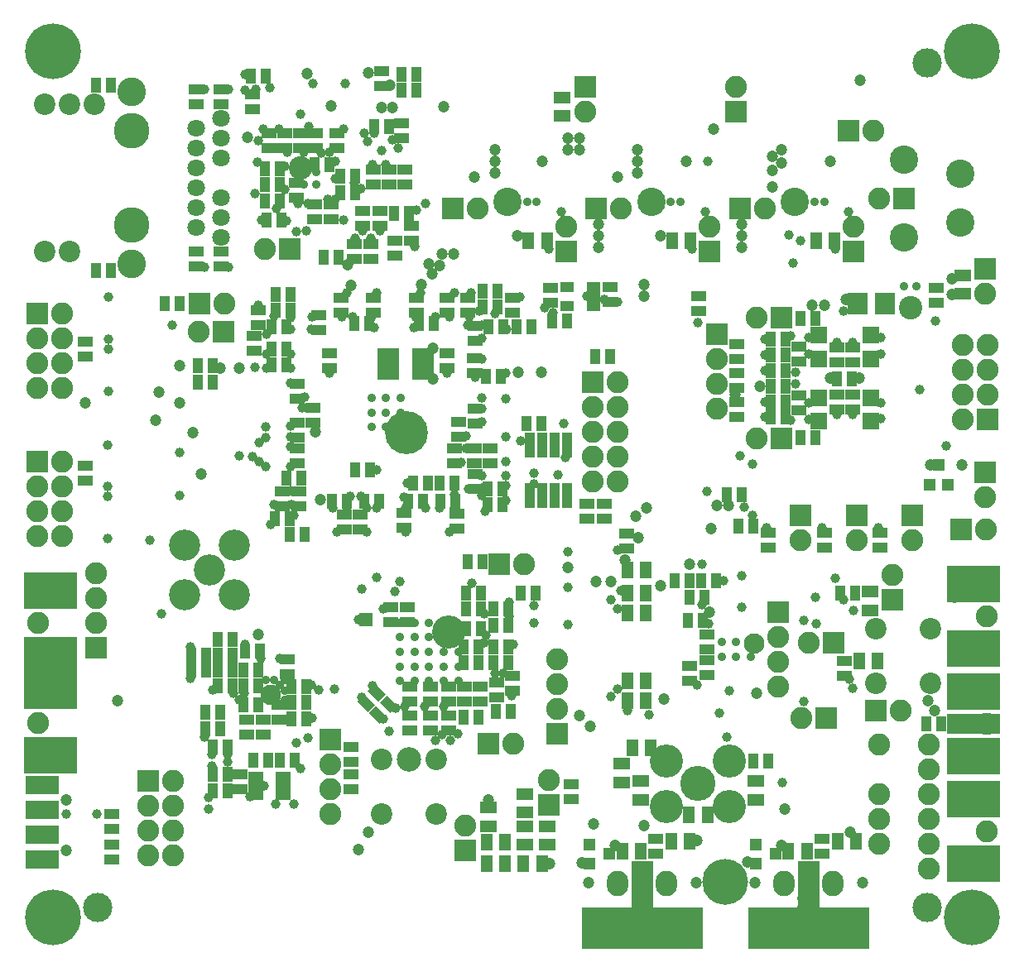
<source format=gbr>
G04 #@! TF.FileFunction,Soldermask,Bot*
%FSLAX46Y46*%
G04 Gerber Fmt 4.6, Leading zero omitted, Abs format (unit mm)*
G04 Created by KiCad (PCBNEW 4.0.4-stable) date 11/02/16 22:30:49*
%MOMM*%
%LPD*%
G01*
G04 APERTURE LIST*
%ADD10C,0.100000*%
%ADD11C,2.100000*%
%ADD12C,0.900000*%
%ADD13C,3.400000*%
%ADD14C,2.900000*%
%ADD15C,4.400000*%
%ADD16C,2.400000*%
%ADD17R,2.300000X5.400000*%
%ADD18R,12.400000X4.200000*%
%ADD19O,2.200000X2.600000*%
%ADD20O,2.000000X2.800000*%
%ADD21R,1.543000X1.035000*%
%ADD22R,2.250000X2.250000*%
%ADD23C,2.250000*%
%ADD24R,1.035000X1.543000*%
%ADD25R,1.797000X1.750000*%
%ADD26R,1.289000X1.797000*%
%ADD27R,1.200000X1.300000*%
%ADD28R,1.797000X1.289000*%
%ADD29R,2.000000X2.200000*%
%ADD30C,2.200000*%
%ADD31C,3.600000*%
%ADD32R,1.300000X1.200000*%
%ADD33C,2.500000*%
%ADD34R,1.400000X1.400000*%
%ADD35R,1.450000X1.000000*%
%ADD36C,3.200000*%
%ADD37R,1.500000X1.000000*%
%ADD38R,3.400000X1.900000*%
%ADD39R,2.178000X3.194000*%
%ADD40R,1.000000X2.600000*%
%ADD41C,1.800000*%
%ADD42C,3.650000*%
%ADD43C,2.940000*%
%ADD44C,3.000000*%
%ADD45C,1.200000*%
%ADD46R,5.400000X3.700000*%
%ADD47R,5.400000X2.000000*%
%ADD48C,5.700000*%
%ADD49C,4.700000*%
%ADD50C,1.000000*%
G04 APERTURE END LIST*
D10*
D11*
X25255000Y-74220715D03*
D12*
X26755000Y-74720715D03*
X26755000Y-72720715D03*
X26755000Y-73820715D03*
X25655000Y-72720715D03*
X24755000Y-72720715D03*
X26255000Y-73220715D03*
D13*
X43500000Y-67800000D03*
D12*
X44500000Y-72800000D03*
X44500000Y-71300000D03*
X43000000Y-72800000D03*
X43000000Y-71300000D03*
X38500000Y-72800000D03*
X40000000Y-72800000D03*
X40000000Y-66800000D03*
X38500000Y-66800000D03*
X38500000Y-68300000D03*
X40000000Y-68300000D03*
X40000000Y-71300000D03*
X38500000Y-71300000D03*
X38500000Y-69800000D03*
X40000000Y-69800000D03*
X44500000Y-69800000D03*
X43000000Y-69800000D03*
X41500000Y-66800000D03*
X41500000Y-68300000D03*
X41500000Y-72800000D03*
X41500000Y-71300000D03*
X41500000Y-69800000D03*
X71395000Y-70325000D03*
X74395000Y-70325000D03*
X71395000Y-68825000D03*
D11*
X74700000Y-68950000D03*
D12*
X72895000Y-70325000D03*
X72895000Y-68825000D03*
X52500000Y-23750000D03*
D14*
X49500000Y-23750000D03*
D12*
X51500000Y-23750000D03*
X67200000Y-23750000D03*
D14*
X64200000Y-23750000D03*
D12*
X66200000Y-23750000D03*
X81900000Y-23750000D03*
D14*
X78900000Y-23750000D03*
D12*
X80900000Y-23750000D03*
X38600000Y-43800000D03*
X37100000Y-46800000D03*
X37100000Y-45300000D03*
X35600000Y-45300000D03*
X38600000Y-45300000D03*
X35600000Y-43800000D03*
X37100000Y-43800000D03*
D15*
X39200000Y-47400000D03*
D12*
X35600000Y-46800000D03*
D16*
X28316525Y-20315000D03*
D12*
X29941525Y-21940000D03*
X28691525Y-21940000D03*
X29941525Y-20690000D03*
X79600000Y-98000000D03*
X78600000Y-98000000D03*
X77600000Y-98000000D03*
X76600000Y-98000000D03*
X75600000Y-98000000D03*
X75600000Y-99000000D03*
X76600000Y-99000000D03*
X77600000Y-99000000D03*
X78600000Y-99000000D03*
X79600000Y-99000000D03*
X85000000Y-99000000D03*
X84000000Y-99000000D03*
X83000000Y-99000000D03*
X82000000Y-99000000D03*
X81000000Y-99000000D03*
X81000000Y-98000000D03*
X82000000Y-98000000D03*
X83000000Y-98000000D03*
X84000000Y-98000000D03*
D17*
X80300000Y-93900000D03*
D18*
X80300000Y-98100000D03*
D12*
X80300000Y-98500000D03*
X81000000Y-97000000D03*
X79600000Y-97000000D03*
X80300000Y-97500000D03*
X81000000Y-96000000D03*
X79600000Y-96000000D03*
X80300000Y-96500000D03*
X80300000Y-95500000D03*
X79600000Y-95000000D03*
X81000000Y-95000000D03*
X80300000Y-94500000D03*
X85000000Y-98000000D03*
D19*
X77800000Y-93500000D03*
X82800000Y-93500000D03*
D20*
X80300000Y-92600000D03*
D12*
X62600000Y-98000000D03*
X61600000Y-98000000D03*
X60600000Y-98000000D03*
X59600000Y-98000000D03*
X58600000Y-98000000D03*
X58600000Y-99000000D03*
X59600000Y-99000000D03*
X60600000Y-99000000D03*
X61600000Y-99000000D03*
X62600000Y-99000000D03*
X68000000Y-99000000D03*
X67000000Y-99000000D03*
X66000000Y-99000000D03*
X65000000Y-99000000D03*
X64000000Y-99000000D03*
X64000000Y-98000000D03*
X65000000Y-98000000D03*
X66000000Y-98000000D03*
X67000000Y-98000000D03*
D17*
X63300000Y-93900000D03*
D18*
X63300000Y-98100000D03*
D12*
X63300000Y-98500000D03*
X64000000Y-97000000D03*
X62600000Y-97000000D03*
X63300000Y-97500000D03*
X64000000Y-96000000D03*
X62600000Y-96000000D03*
X63300000Y-96500000D03*
X63300000Y-95500000D03*
X62600000Y-95000000D03*
X64000000Y-95000000D03*
X63300000Y-94500000D03*
X68000000Y-98000000D03*
D19*
X60800000Y-93500000D03*
X65800000Y-93500000D03*
D20*
X63300000Y-92600000D03*
D21*
X76200000Y-57638000D03*
X76200000Y-59162000D03*
X81900000Y-57638000D03*
X81900000Y-59162000D03*
X87600000Y-57638000D03*
X87600000Y-59162000D03*
D22*
X79500000Y-55800000D03*
D23*
X79500000Y-58340000D03*
D22*
X85200000Y-55800000D03*
D23*
X85200000Y-58340000D03*
D22*
X90900000Y-55800000D03*
D23*
X90900000Y-58340000D03*
D21*
X84800000Y-43438000D03*
X84800000Y-44962000D03*
D24*
X76438000Y-45800000D03*
X77962000Y-45800000D03*
X79438000Y-47900000D03*
X80962000Y-47900000D03*
D21*
X84800000Y-40162000D03*
X84800000Y-38638000D03*
D24*
X76438000Y-42600000D03*
X77962000Y-42600000D03*
D21*
X79300000Y-43538000D03*
X79300000Y-45062000D03*
X83200000Y-40162000D03*
X83200000Y-38638000D03*
D24*
X76438000Y-41000000D03*
X77962000Y-41000000D03*
D21*
X79300000Y-40062000D03*
X79300000Y-38538000D03*
X83200000Y-43438000D03*
X83200000Y-44962000D03*
D24*
X76438000Y-37800000D03*
X77962000Y-37800000D03*
X79438000Y-35700000D03*
X80962000Y-35700000D03*
D25*
X86700000Y-46200000D03*
X86700000Y-43800000D03*
X86700000Y-37400000D03*
X86700000Y-39800000D03*
X81300000Y-37400000D03*
X81300000Y-39800000D03*
X81300000Y-46200000D03*
X81300000Y-43800000D03*
D24*
X84762000Y-41900000D03*
X83238000Y-41900000D03*
X77962000Y-44200000D03*
X76438000Y-44200000D03*
X77962000Y-39400000D03*
X76438000Y-39400000D03*
D21*
X73000000Y-41238000D03*
X73000000Y-42762000D03*
X73000000Y-39862000D03*
X73000000Y-38338000D03*
D22*
X70900000Y-37300000D03*
D23*
X70900000Y-39840000D03*
X70900000Y-42380000D03*
X70900000Y-44920000D03*
D21*
X73000000Y-44238000D03*
X73000000Y-45762000D03*
D22*
X98400000Y-30600000D03*
D23*
X98400000Y-33140000D03*
D22*
X98570000Y-46010000D03*
D23*
X96030000Y-46010000D03*
X98570000Y-43470000D03*
X96030000Y-43470000D03*
X98570000Y-40930000D03*
X96030000Y-40930000D03*
X98570000Y-38390000D03*
X96030000Y-38390000D03*
D24*
X74662000Y-56900000D03*
X73138000Y-56900000D03*
X73462000Y-53700000D03*
X71938000Y-53700000D03*
D22*
X77500000Y-35600000D03*
D23*
X74960000Y-35600000D03*
D22*
X77500000Y-48000000D03*
D23*
X74960000Y-48000000D03*
D22*
X95900000Y-57300000D03*
D23*
X98440000Y-57300000D03*
D26*
X63652500Y-61400000D03*
X61747500Y-61400000D03*
D21*
X61700000Y-57738000D03*
X61700000Y-59262000D03*
D26*
X63652500Y-74800000D03*
X61747500Y-74800000D03*
X63652500Y-65800000D03*
X61747500Y-65800000D03*
X63652500Y-72800000D03*
X61747500Y-72800000D03*
X63652500Y-63800000D03*
X61747500Y-63800000D03*
D24*
X68162000Y-62500000D03*
X66638000Y-62500000D03*
X70862000Y-62500000D03*
X69338000Y-62500000D03*
X69462000Y-66600000D03*
X67938000Y-66600000D03*
D27*
X94550000Y-52700000D03*
X93600000Y-50700000D03*
X92650000Y-52700000D03*
D22*
X98400000Y-51400000D03*
D23*
X98400000Y-53940000D03*
D21*
X69100000Y-33438000D03*
X69100000Y-34962000D03*
D28*
X96100000Y-31247500D03*
X96100000Y-33152500D03*
D29*
X85300000Y-34200000D03*
X88100000Y-34200000D03*
D24*
X93862000Y-77200000D03*
X92338000Y-77200000D03*
D22*
X57500000Y-12000000D03*
D23*
X57500000Y-14540000D03*
D22*
X90100000Y-23400000D03*
D23*
X87560000Y-23400000D03*
D14*
X95800000Y-20900000D03*
X95800000Y-25900000D03*
X90100000Y-19450000D03*
X90100000Y-27350000D03*
D22*
X72900000Y-14500000D03*
D23*
X72900000Y-11960000D03*
D22*
X73300000Y-24400000D03*
D23*
X75840000Y-24400000D03*
D22*
X84900000Y-28800000D03*
D23*
X84900000Y-26260000D03*
D26*
X81047500Y-27700000D03*
X82952500Y-27700000D03*
D22*
X43900000Y-24400000D03*
D23*
X46440000Y-24400000D03*
D22*
X55500000Y-28800000D03*
D23*
X55500000Y-26260000D03*
D22*
X84400000Y-16500000D03*
D23*
X86940000Y-16500000D03*
D22*
X58600000Y-24400000D03*
D23*
X61140000Y-24400000D03*
D22*
X70200000Y-28800000D03*
D23*
X70200000Y-26260000D03*
D26*
X87352500Y-70700000D03*
X85447500Y-70700000D03*
D22*
X87200000Y-75800000D03*
D23*
X89740000Y-75800000D03*
D22*
X82100000Y-76600000D03*
D23*
X79560000Y-76600000D03*
D22*
X88900000Y-64500000D03*
D23*
X88900000Y-61960000D03*
D22*
X82900000Y-68900000D03*
D23*
X80360000Y-68900000D03*
D30*
X87206000Y-67406000D03*
X87206000Y-72994000D03*
X92794000Y-72994000D03*
X92794000Y-67406000D03*
D28*
X86600000Y-65552500D03*
X86600000Y-63647500D03*
D23*
X92640000Y-79320000D03*
X92640000Y-84400000D03*
X92640000Y-86940000D03*
X92640000Y-89480000D03*
X87560000Y-89480000D03*
X87560000Y-86940000D03*
X87560000Y-84400000D03*
X87560000Y-79320000D03*
X92640000Y-81860000D03*
X92640000Y-92020000D03*
D21*
X56000000Y-83338000D03*
X56000000Y-84862000D03*
D22*
X47600000Y-79200000D03*
D23*
X50140000Y-79200000D03*
D28*
X53600000Y-89552500D03*
X53600000Y-87647500D03*
D26*
X47347500Y-91500000D03*
X49252500Y-91500000D03*
D22*
X53700000Y-85500000D03*
D23*
X53700000Y-82960000D03*
D28*
X51300000Y-86252500D03*
X51300000Y-84347500D03*
D26*
X51147500Y-91500000D03*
X53052500Y-91500000D03*
D28*
X47600000Y-87652500D03*
X47600000Y-85747500D03*
X51300000Y-87647500D03*
X51300000Y-89552500D03*
D26*
X49252500Y-89300000D03*
X47347500Y-89300000D03*
D21*
X84000000Y-72262000D03*
X84000000Y-70738000D03*
D24*
X83538000Y-63800000D03*
X85062000Y-63800000D03*
D22*
X54600000Y-78200000D03*
D23*
X54600000Y-75660000D03*
X54600000Y-73120000D03*
X54600000Y-70580000D03*
D22*
X45200000Y-90100000D03*
D23*
X45200000Y-87560000D03*
D22*
X48700000Y-60800000D03*
D23*
X51240000Y-60800000D03*
D13*
X72200000Y-81000000D03*
X65800000Y-81000000D03*
X65800000Y-85600000D03*
X72200000Y-85600000D03*
D31*
X69000000Y-83300000D03*
D24*
X76162000Y-81000000D03*
X74638000Y-81000000D03*
D26*
X68152500Y-89200000D03*
X66247500Y-89200000D03*
D28*
X63100000Y-84952500D03*
X63100000Y-83047500D03*
D26*
X85152500Y-89200000D03*
X83247500Y-89200000D03*
D28*
X74900000Y-83047500D03*
X74900000Y-84952500D03*
D32*
X57900000Y-91450000D03*
X59900000Y-90500000D03*
X57900000Y-89550000D03*
X74900000Y-91450000D03*
X76900000Y-90500000D03*
X74900000Y-89550000D03*
D26*
X61247500Y-90200000D03*
X63152500Y-90200000D03*
X78247500Y-90200000D03*
X80152500Y-90200000D03*
D21*
X64700000Y-90462000D03*
X64700000Y-88938000D03*
X81700000Y-90462000D03*
X81700000Y-88938000D03*
D22*
X77200000Y-65700000D03*
D23*
X77200000Y-68240000D03*
X77200000Y-70780000D03*
X77200000Y-73320000D03*
D21*
X68100000Y-72762000D03*
X68100000Y-71238000D03*
X69900000Y-69562000D03*
X69900000Y-68038000D03*
D24*
X68138000Y-64200000D03*
X69662000Y-64200000D03*
D21*
X69900000Y-72162000D03*
X69900000Y-70638000D03*
D22*
X12730000Y-82990000D03*
D23*
X15270000Y-82990000D03*
X12730000Y-85530000D03*
X15270000Y-85530000D03*
X12730000Y-88070000D03*
X15270000Y-88070000D03*
X12730000Y-90610000D03*
X15270000Y-90610000D03*
D24*
X14438000Y-34200000D03*
X15962000Y-34200000D03*
D22*
X20500000Y-37000000D03*
D23*
X17960000Y-37000000D03*
D22*
X27200000Y-28600000D03*
D23*
X24660000Y-28600000D03*
D22*
X18000000Y-34200000D03*
D23*
X20540000Y-34200000D03*
D24*
X45438000Y-60600000D03*
X46962000Y-60600000D03*
D30*
X42194000Y-80806000D03*
D33*
X39400000Y-80806000D03*
D30*
X36606000Y-80806000D03*
X36606000Y-86394000D03*
X42194000Y-86394000D03*
D34*
X35000000Y-66500000D03*
D21*
X48400000Y-72938000D03*
X48400000Y-74462000D03*
X50000000Y-73762000D03*
X50000000Y-72238000D03*
D10*
G36*
X35240790Y-75950276D02*
X34149724Y-74859210D01*
X34881580Y-74127354D01*
X35972646Y-75218420D01*
X35240790Y-75950276D01*
X35240790Y-75950276D01*
G37*
G36*
X36318420Y-74872646D02*
X35227354Y-73781580D01*
X35959210Y-73049724D01*
X37050276Y-74140790D01*
X36318420Y-74872646D01*
X36318420Y-74872646D01*
G37*
G36*
X36440790Y-77150276D02*
X35349724Y-76059210D01*
X36081580Y-75327354D01*
X37172646Y-76418420D01*
X36440790Y-77150276D01*
X36440790Y-77150276D01*
G37*
G36*
X37518420Y-76072646D02*
X36427354Y-74981580D01*
X37159210Y-74249724D01*
X38250276Y-75340790D01*
X37518420Y-76072646D01*
X37518420Y-76072646D01*
G37*
D24*
X50838000Y-63800000D03*
X52362000Y-63800000D03*
X49562000Y-70900000D03*
X48038000Y-70900000D03*
X49862000Y-75900000D03*
X48338000Y-75900000D03*
X45038000Y-76500000D03*
X46562000Y-76500000D03*
X48038000Y-65400000D03*
X49562000Y-65400000D03*
X46762000Y-63800000D03*
X45238000Y-63800000D03*
D21*
X39300000Y-65238000D03*
X39300000Y-66762000D03*
D24*
X48038000Y-69300000D03*
X49562000Y-69300000D03*
X46562000Y-70900000D03*
X45038000Y-70900000D03*
D21*
X46700000Y-74862000D03*
X46700000Y-73338000D03*
X45100000Y-74862000D03*
X45100000Y-73338000D03*
X43500000Y-76338000D03*
X43500000Y-77862000D03*
X41600000Y-76338000D03*
X41600000Y-77862000D03*
X39500000Y-76338000D03*
X39500000Y-77862000D03*
D24*
X46762000Y-65400000D03*
X45238000Y-65400000D03*
X46762000Y-67400000D03*
X45238000Y-67400000D03*
D21*
X37600000Y-65238000D03*
X37600000Y-66762000D03*
D24*
X46562000Y-69300000D03*
X45038000Y-69300000D03*
D21*
X43500000Y-74862000D03*
X43500000Y-73338000D03*
X41600000Y-74862000D03*
X41600000Y-73338000D03*
X39500000Y-74862000D03*
X39500000Y-73338000D03*
D35*
X58300000Y-32500000D03*
X58300000Y-33450000D03*
X58300000Y-34400000D03*
X55600000Y-34400000D03*
X55600000Y-32500000D03*
D21*
X60000000Y-32438000D03*
X60000000Y-33962000D03*
X53900000Y-32538000D03*
X53900000Y-34062000D03*
D24*
X55562000Y-35900000D03*
X54038000Y-35900000D03*
D21*
X38000000Y-29262000D03*
X38000000Y-27738000D03*
D24*
X40162000Y-12300000D03*
X38638000Y-12300000D03*
X19362000Y-42200000D03*
X17838000Y-42200000D03*
X19362000Y-40500000D03*
X17838000Y-40500000D03*
D26*
X51647500Y-27700000D03*
X53552500Y-27700000D03*
D36*
X19000000Y-61400000D03*
X16460000Y-58860000D03*
X21540000Y-58860000D03*
X21540000Y-63940000D03*
X16460000Y-63940000D03*
D26*
X66347500Y-27700000D03*
X68252500Y-27700000D03*
D28*
X55100000Y-14952500D03*
X55100000Y-13047500D03*
D21*
X22200000Y-82338000D03*
X22200000Y-83862000D03*
D37*
X26600000Y-84450000D03*
X23800000Y-84450000D03*
X26600000Y-83500000D03*
X23800000Y-83500000D03*
X26600000Y-82550000D03*
X23800000Y-82550000D03*
D24*
X26238000Y-80900000D03*
X27762000Y-80900000D03*
X23538000Y-80900000D03*
X25062000Y-80900000D03*
D21*
X33500000Y-83862000D03*
X33500000Y-82338000D03*
X33500000Y-81062000D03*
X33500000Y-79538000D03*
D22*
X31400000Y-78800000D03*
D23*
X31400000Y-81340000D03*
X31400000Y-83880000D03*
X31400000Y-86420000D03*
D21*
X24500000Y-78262000D03*
X24500000Y-76738000D03*
D24*
X20862000Y-84000000D03*
X19338000Y-84000000D03*
X20862000Y-82300000D03*
X19338000Y-82300000D03*
X21362000Y-70100000D03*
X19838000Y-70100000D03*
X21362000Y-68500000D03*
X19838000Y-68500000D03*
X21362000Y-71700000D03*
X19838000Y-71700000D03*
D21*
X22800000Y-76738000D03*
X22800000Y-78262000D03*
D24*
X28962000Y-76700000D03*
X27438000Y-76700000D03*
X20162000Y-76000000D03*
X18638000Y-76000000D03*
X20162000Y-77700000D03*
X18638000Y-77700000D03*
X22538000Y-71700000D03*
X24062000Y-71700000D03*
D21*
X26100000Y-76762000D03*
X26100000Y-75238000D03*
D24*
X22538000Y-73300000D03*
X24062000Y-73300000D03*
D21*
X27000000Y-70538000D03*
X27000000Y-72062000D03*
D24*
X20862000Y-79500000D03*
X19338000Y-79500000D03*
X18662000Y-70100000D03*
X17138000Y-70100000D03*
X28962000Y-75000000D03*
X27438000Y-75000000D03*
X18662000Y-71700000D03*
X17138000Y-71700000D03*
X28962000Y-73400000D03*
X27438000Y-73400000D03*
X22538000Y-75200000D03*
X24062000Y-75200000D03*
X21362000Y-73300000D03*
X19838000Y-73300000D03*
X24162000Y-69700000D03*
X22638000Y-69700000D03*
D21*
X6300000Y-39562000D03*
X6300000Y-38038000D03*
X6300000Y-50738000D03*
X6300000Y-52262000D03*
X9000000Y-91062000D03*
X9000000Y-89538000D03*
X9000000Y-86438000D03*
X9000000Y-87962000D03*
D38*
X1900000Y-85950000D03*
X1900000Y-83450000D03*
X1900000Y-91050000D03*
X1900000Y-88550000D03*
D22*
X7400000Y-69400000D03*
D23*
X7400000Y-66860000D03*
X7400000Y-64320000D03*
X7400000Y-61780000D03*
D22*
X1430000Y-50290000D03*
D23*
X3970000Y-50290000D03*
X1430000Y-52830000D03*
X3970000Y-52830000D03*
X1430000Y-55370000D03*
X3970000Y-55370000D03*
X1430000Y-57910000D03*
X3970000Y-57910000D03*
D22*
X1430000Y-35190000D03*
D23*
X3970000Y-35190000D03*
X1430000Y-37730000D03*
X3970000Y-37730000D03*
X1430000Y-40270000D03*
X3970000Y-40270000D03*
X1430000Y-42810000D03*
X3970000Y-42810000D03*
D24*
X51962000Y-36500000D03*
X50438000Y-36500000D03*
X26938000Y-52000000D03*
X28462000Y-52000000D03*
D21*
X47700000Y-48938000D03*
X47700000Y-50462000D03*
X23600000Y-38962000D03*
X23600000Y-37438000D03*
D24*
X48462000Y-32900000D03*
X46938000Y-32900000D03*
X28762000Y-57800000D03*
X27238000Y-57800000D03*
X42538000Y-52500000D03*
X44062000Y-52500000D03*
X27362000Y-33200000D03*
X25838000Y-33200000D03*
X35462000Y-51200000D03*
X33938000Y-51200000D03*
D21*
X31300000Y-40762000D03*
X31300000Y-39238000D03*
X43300000Y-40762000D03*
X43300000Y-39238000D03*
D24*
X39838000Y-52500000D03*
X41362000Y-52500000D03*
D39*
X40878000Y-40300000D03*
X37322000Y-40300000D03*
D21*
X50000000Y-35062000D03*
X50000000Y-33538000D03*
X26500000Y-53338000D03*
X26500000Y-54862000D03*
X46100000Y-50462000D03*
X46100000Y-48938000D03*
X24000000Y-36362000D03*
X24000000Y-34838000D03*
D40*
X51795000Y-53800000D03*
X51795000Y-48600000D03*
X53065000Y-53800000D03*
X53065000Y-48600000D03*
X54335000Y-53800000D03*
X54335000Y-48600000D03*
X55605000Y-53800000D03*
X55605000Y-48600000D03*
D21*
X44100000Y-50462000D03*
X44100000Y-48938000D03*
X44500000Y-47762000D03*
X44500000Y-46238000D03*
X29600000Y-44838000D03*
X29600000Y-46362000D03*
D24*
X58438000Y-39600000D03*
X59962000Y-39600000D03*
D21*
X59400000Y-54638000D03*
X59400000Y-56162000D03*
X57600000Y-54638000D03*
X57600000Y-56162000D03*
D24*
X52962000Y-46400000D03*
X51438000Y-46400000D03*
D22*
X58230000Y-42220000D03*
D23*
X60770000Y-42220000D03*
X58230000Y-44760000D03*
X60770000Y-44760000D03*
X58230000Y-47300000D03*
X60770000Y-47300000D03*
X58230000Y-49840000D03*
X60770000Y-49840000D03*
X58230000Y-52380000D03*
X60770000Y-52380000D03*
D21*
X46200000Y-46462000D03*
X46200000Y-44938000D03*
D24*
X48862000Y-41600000D03*
X47338000Y-41600000D03*
D21*
X40200000Y-33538000D03*
X40200000Y-35062000D03*
X43300000Y-33538000D03*
X43300000Y-35062000D03*
X32500000Y-33538000D03*
X32500000Y-35062000D03*
X35800000Y-33538000D03*
X35800000Y-35062000D03*
D24*
X25338000Y-40400000D03*
X26862000Y-40400000D03*
D21*
X28000000Y-46338000D03*
X28000000Y-47862000D03*
X34400000Y-57262000D03*
X34400000Y-55738000D03*
X32800000Y-57262000D03*
X32800000Y-55738000D03*
D24*
X49062000Y-36500000D03*
X47538000Y-36500000D03*
D21*
X28200000Y-53338000D03*
X28200000Y-54862000D03*
D24*
X48962000Y-53100000D03*
X47438000Y-53100000D03*
X25338000Y-36500000D03*
X26862000Y-36500000D03*
D21*
X44300000Y-57162000D03*
X44300000Y-55638000D03*
X38900000Y-57062000D03*
X38900000Y-55538000D03*
D24*
X46938000Y-34500000D03*
X48462000Y-34500000D03*
X27262000Y-56200000D03*
X25738000Y-56200000D03*
X48962000Y-54700000D03*
X47438000Y-54700000D03*
X25838000Y-34800000D03*
X27362000Y-34800000D03*
X42638000Y-54400000D03*
X44162000Y-54400000D03*
X40862000Y-54400000D03*
X39338000Y-54400000D03*
X36362000Y-54400000D03*
X34838000Y-54400000D03*
X31538000Y-54400000D03*
X33062000Y-54400000D03*
D21*
X28000000Y-50462000D03*
X28000000Y-48938000D03*
D24*
X25338000Y-38800000D03*
X26862000Y-38800000D03*
D21*
X28000000Y-42338000D03*
X28000000Y-43862000D03*
X30200000Y-35338000D03*
X30200000Y-36862000D03*
D24*
X41962000Y-36200000D03*
X40438000Y-36200000D03*
X33838000Y-36200000D03*
X35362000Y-36200000D03*
D21*
X45400000Y-35062000D03*
X45400000Y-33538000D03*
X46200000Y-37962000D03*
X46200000Y-36438000D03*
X46100000Y-39738000D03*
X46100000Y-41262000D03*
X46200000Y-51638000D03*
X46200000Y-53162000D03*
D24*
X39462000Y-24900000D03*
X37938000Y-24900000D03*
D21*
X37400000Y-20438000D03*
X37400000Y-21962000D03*
D24*
X35838000Y-16000000D03*
X37362000Y-16000000D03*
D21*
X38700000Y-15738000D03*
X38700000Y-17262000D03*
X35800000Y-21962000D03*
X35800000Y-20438000D03*
X36500000Y-24638000D03*
X36500000Y-26162000D03*
X35500000Y-29562000D03*
X35500000Y-28038000D03*
X34700000Y-24638000D03*
X34700000Y-26162000D03*
X33800000Y-29562000D03*
X33800000Y-28038000D03*
X39000000Y-21962000D03*
X39000000Y-20438000D03*
X39700000Y-26238000D03*
X39700000Y-27762000D03*
X23400000Y-14262000D03*
X23400000Y-12738000D03*
D24*
X7438000Y-11800000D03*
X8962000Y-11800000D03*
X7438000Y-30800000D03*
X8962000Y-30800000D03*
X23238000Y-10900000D03*
X24762000Y-10900000D03*
X30738000Y-29400000D03*
X32262000Y-29400000D03*
D21*
X20200000Y-28838000D03*
X20200000Y-30362000D03*
X17700000Y-28838000D03*
X17700000Y-30362000D03*
X17700000Y-13762000D03*
X17700000Y-12238000D03*
X20200000Y-13762000D03*
X20200000Y-12238000D03*
D24*
X38638000Y-10700000D03*
X40162000Y-10700000D03*
D21*
X36600000Y-10388000D03*
X36600000Y-11912000D03*
D24*
X26262000Y-22000000D03*
X24738000Y-22000000D03*
X26262000Y-20400000D03*
X24738000Y-20400000D03*
D21*
X28300000Y-18262000D03*
X28300000Y-16738000D03*
X29900000Y-18262000D03*
X29900000Y-16738000D03*
D24*
X31262000Y-19900000D03*
X29738000Y-19900000D03*
D21*
X27900000Y-23362000D03*
X27900000Y-21838000D03*
X32100000Y-18262000D03*
X32100000Y-16738000D03*
D24*
X32438000Y-21100000D03*
X33962000Y-21100000D03*
X32438000Y-22800000D03*
X33962000Y-22800000D03*
D21*
X31500000Y-24038000D03*
X31500000Y-25562000D03*
X29800000Y-24038000D03*
X29800000Y-25562000D03*
D24*
X26362000Y-25600000D03*
X24838000Y-25600000D03*
D21*
X26700000Y-18262000D03*
X26700000Y-16738000D03*
D24*
X26262000Y-23700000D03*
X24738000Y-23700000D03*
D21*
X25100000Y-18262000D03*
X25100000Y-16738000D03*
D41*
X17700000Y-26380000D03*
X17700000Y-24350000D03*
X17700000Y-22320000D03*
X17700000Y-20280000D03*
X17700000Y-18250000D03*
X17700000Y-16220000D03*
X20240000Y-27400000D03*
X20240000Y-25370000D03*
X20240000Y-23340000D03*
X20240000Y-19260000D03*
X20240000Y-17230000D03*
X20240000Y-15200000D03*
D30*
X4750000Y-28820000D03*
X2210000Y-28820000D03*
X7290000Y-13780000D03*
X4750000Y-13780000D03*
X2210000Y-13780000D03*
D42*
X11100000Y-26125000D03*
X11100000Y-16475000D03*
D43*
X11100000Y-30090000D03*
X11100000Y-12510000D03*
D44*
X92400000Y-96000000D03*
X7600000Y-96000000D03*
X92400000Y-9500000D03*
D24*
X48038000Y-67100000D03*
X49562000Y-67100000D03*
D26*
X69952500Y-86500000D03*
X68047500Y-86500000D03*
D28*
X61200000Y-81247500D03*
X61200000Y-83152500D03*
D26*
X64152500Y-79600000D03*
X62247500Y-79600000D03*
D45*
X18200000Y-51600000D03*
X13500000Y-46100000D03*
X17300000Y-47400000D03*
X13900000Y-43200000D03*
D46*
X2800000Y-80400000D03*
X2800000Y-73800000D03*
D23*
X1500000Y-77100000D03*
X1500000Y-79640000D03*
X1500000Y-74560000D03*
D46*
X2800000Y-70100000D03*
X2800000Y-63500000D03*
D23*
X1500000Y-66800000D03*
X1500000Y-69340000D03*
X1500000Y-64260000D03*
D46*
X97200000Y-62900000D03*
X97200000Y-69500000D03*
D23*
X98500000Y-66200000D03*
X98500000Y-63660000D03*
X98500000Y-68740000D03*
D46*
X97200000Y-84900000D03*
X97200000Y-91500000D03*
D23*
X98500000Y-88200000D03*
X98500000Y-85660000D03*
X98500000Y-90740000D03*
D47*
X97200000Y-77200000D03*
D46*
X97200000Y-73900000D03*
X97200000Y-80500000D03*
D23*
X98500000Y-77200000D03*
X98500000Y-79740000D03*
X98500000Y-74660000D03*
D12*
X90100000Y-32400000D03*
X91300000Y-32400000D03*
D16*
X90700000Y-34600000D03*
D21*
X93400000Y-32538000D03*
X93400000Y-34062000D03*
D48*
X97000000Y-8300000D03*
X97000000Y-97000000D03*
X3000000Y-97000000D03*
X3000000Y-8300000D03*
D49*
X71800000Y-93300000D03*
D50*
X23400000Y-49800000D03*
D45*
X4400000Y-85000000D03*
D50*
X24100000Y-50300000D03*
X22100000Y-49700000D03*
D45*
X41800000Y-31100000D03*
X42600000Y-30300000D03*
X41500000Y-30100000D03*
X44000000Y-29100000D03*
X42800000Y-29100000D03*
X37700000Y-14100000D03*
X36600000Y-14100000D03*
D50*
X45600000Y-35500000D03*
X27300000Y-50800000D03*
X24900000Y-39300000D03*
X46900000Y-51800000D03*
X42600000Y-55100000D03*
X41100000Y-55100000D03*
X46900000Y-39800000D03*
X46900000Y-37700000D03*
X27300000Y-42300000D03*
X42100000Y-35500000D03*
X33700000Y-35500000D03*
X29500000Y-35500000D03*
X31600000Y-55100000D03*
X36100000Y-55100000D03*
X29100000Y-23900000D03*
X31100000Y-23500000D03*
X31900000Y-23500000D03*
X31900000Y-21400000D03*
X26900000Y-25700000D03*
X31300000Y-18700000D03*
X22700000Y-10700000D03*
X27900000Y-26800000D03*
X24800000Y-50800000D03*
D45*
X4400000Y-90100000D03*
D50*
X24800000Y-47900000D03*
D45*
X72100000Y-54800000D03*
X93200000Y-75800000D03*
X70900000Y-54800000D03*
D50*
X81100000Y-66900000D03*
D45*
X62600000Y-55900000D03*
X63700000Y-55100000D03*
X62900000Y-58100000D03*
X72800000Y-43500000D03*
X80700000Y-34300000D03*
X81900000Y-34300000D03*
X63500000Y-33400000D03*
X63500000Y-32200000D03*
X85500000Y-41800000D03*
X58800000Y-26000000D03*
X58800000Y-27200000D03*
X58800000Y-28400000D03*
D50*
X79800000Y-74900000D03*
D45*
X56900000Y-18400000D03*
X56900000Y-17200000D03*
X55700000Y-17200000D03*
X55700000Y-18400000D03*
X30400000Y-54200000D03*
X29900000Y-47300000D03*
X22100000Y-40800000D03*
X20100000Y-40800000D03*
D50*
X14100000Y-65900000D03*
X12900000Y-58400000D03*
D45*
X50600000Y-41200000D03*
X53000000Y-41200000D03*
D50*
X52200000Y-51500000D03*
X52200000Y-52600000D03*
X46900000Y-46300000D03*
X49300000Y-41300000D03*
X27300000Y-46700000D03*
X32100000Y-57500000D03*
X35100000Y-57500000D03*
X39100000Y-57500000D03*
X43600000Y-57500000D03*
D45*
X58300000Y-87400000D03*
D50*
X28300000Y-14800000D03*
X23800000Y-12200000D03*
X25200000Y-12100000D03*
X22700000Y-12300000D03*
D45*
X4900000Y-75000000D03*
X4900000Y-79200000D03*
X4900000Y-81600000D03*
X4900000Y-72600000D03*
X4900000Y-71300000D03*
X4900000Y-68900000D03*
X4900000Y-64700000D03*
X4900000Y-62300000D03*
X95200000Y-92700000D03*
X95200000Y-90300000D03*
X95200000Y-86100000D03*
X95200000Y-83700000D03*
X95200000Y-81700000D03*
X95200000Y-79300000D03*
X95200000Y-75100000D03*
X95200000Y-72700000D03*
X95200000Y-70700000D03*
X95200000Y-68300000D03*
X95200000Y-61700000D03*
X95200000Y-64200000D03*
X37500000Y-11800000D03*
D50*
X94400000Y-48700000D03*
X91700000Y-43000000D03*
D45*
X96000000Y-50700000D03*
X92800000Y-50700000D03*
D50*
X83000000Y-62300000D03*
X60800000Y-59400000D03*
X61800000Y-75800000D03*
X60800000Y-73600000D03*
X71600000Y-62500000D03*
D45*
X70300000Y-57200000D03*
X68100000Y-60800000D03*
X61500000Y-60400000D03*
D50*
X60800000Y-65400000D03*
X61100000Y-63500000D03*
D45*
X55700000Y-61200000D03*
D50*
X55700000Y-63200000D03*
X55700000Y-59600000D03*
D45*
X95000000Y-33200000D03*
D50*
X75800000Y-45800000D03*
X75800000Y-44200000D03*
X75800000Y-41000000D03*
X75800000Y-39400000D03*
X75800000Y-37800000D03*
D45*
X75300000Y-42600000D03*
D50*
X83900000Y-34900000D03*
X84800000Y-45500000D03*
X83200000Y-45500000D03*
X84800000Y-38100000D03*
X83200000Y-38100000D03*
D45*
X82500000Y-41800000D03*
D50*
X77600000Y-83200000D03*
D45*
X70200000Y-65700000D03*
D50*
X70100000Y-66900000D03*
X70000000Y-19600000D03*
D45*
X70600000Y-16300000D03*
D50*
X83000000Y-28600000D03*
X84400000Y-24800000D03*
D45*
X76600000Y-19100000D03*
X77500000Y-19800000D03*
X77500000Y-18400000D03*
X76600000Y-22200000D03*
X76600000Y-20500000D03*
X85600000Y-11300000D03*
X43000000Y-14000000D03*
X85800000Y-93400000D03*
X74800000Y-93400000D03*
X74100000Y-91300000D03*
X68800000Y-93400000D03*
X57100000Y-91400000D03*
X57800000Y-93400000D03*
X53800000Y-91500000D03*
X47600000Y-85000000D03*
D50*
X60100000Y-64500000D03*
X60100000Y-74400000D03*
X64000000Y-76200000D03*
X71900000Y-78500000D03*
X71200000Y-76100000D03*
X84900000Y-65600000D03*
X84800000Y-73500000D03*
X49900000Y-74300000D03*
X55700000Y-67000000D03*
X52200000Y-65100000D03*
X49300000Y-43900000D03*
D45*
X34300000Y-90000000D03*
X35300000Y-88300000D03*
D50*
X69700000Y-24800000D03*
X68400000Y-28600000D03*
D45*
X62800000Y-18400000D03*
X48200000Y-20800000D03*
X46100000Y-21200000D03*
X48200000Y-19600000D03*
X48200000Y-18400000D03*
D50*
X55000000Y-24800000D03*
X53700000Y-28600000D03*
X42100000Y-78900000D03*
X43700000Y-78900000D03*
X44400000Y-78200000D03*
X42800000Y-78300000D03*
X24000000Y-34300000D03*
X18500000Y-12200000D03*
X21000000Y-12200000D03*
X21000000Y-30400000D03*
X18500000Y-30400000D03*
X32900000Y-11600000D03*
X29600000Y-11600000D03*
X43300000Y-41300000D03*
D45*
X41900000Y-41900000D03*
X41900000Y-38700000D03*
D50*
X31300000Y-41300000D03*
X39300000Y-52500000D03*
X36100000Y-51200000D03*
X53300000Y-34600000D03*
X54200000Y-35100000D03*
X60800000Y-34000000D03*
X57600000Y-33400000D03*
X59400000Y-33700000D03*
X29200000Y-16000000D03*
X26100000Y-16300000D03*
X50800000Y-33500000D03*
X32700000Y-16300000D03*
X17100000Y-72500000D03*
X17100000Y-69300000D03*
X18500000Y-78500000D03*
X19300000Y-80300000D03*
X19300000Y-81500000D03*
X18900000Y-85900000D03*
X25800000Y-85400000D03*
X27700000Y-85400000D03*
X28300000Y-81700000D03*
X29100000Y-78600000D03*
X49700000Y-64700000D03*
X49700000Y-66200000D03*
X50100000Y-69000000D03*
X52200000Y-66800000D03*
X27400000Y-54700000D03*
X45300000Y-49000000D03*
X27300000Y-40800000D03*
X28800000Y-43700000D03*
X27300000Y-35600000D03*
X24100000Y-48400000D03*
X24800000Y-46800000D03*
X40000000Y-28300000D03*
X34500000Y-22400000D03*
X33800000Y-21800000D03*
X28900000Y-26700000D03*
X32700000Y-25600000D03*
X8700000Y-43100000D03*
X8700000Y-33500000D03*
X8600000Y-58200000D03*
X8600000Y-48600000D03*
X8600000Y-53900000D03*
X8600000Y-52900000D03*
X35700000Y-73300000D03*
X38100000Y-75600000D03*
X45900000Y-62800000D03*
X27900000Y-79100000D03*
X24600000Y-83500000D03*
X19400000Y-73700000D03*
X22700000Y-69000000D03*
X45800000Y-33100000D03*
X47200000Y-55400000D03*
X55400000Y-49900000D03*
X54700000Y-51700000D03*
X27300000Y-48800000D03*
X27300000Y-47800000D03*
X46900000Y-43800000D03*
X25300000Y-56800000D03*
X33400000Y-53900000D03*
X34500000Y-53900000D03*
X46900000Y-53000000D03*
X45500000Y-53100000D03*
X46900000Y-53800000D03*
X44100000Y-53700000D03*
X38900000Y-54000000D03*
X44100000Y-55100000D03*
X39100000Y-55100000D03*
X46900000Y-44900000D03*
X46200000Y-41700000D03*
X46900000Y-41300000D03*
X45400000Y-36400000D03*
X48200000Y-35200000D03*
X46900000Y-36400000D03*
X27300000Y-39300000D03*
X39900000Y-36600000D03*
X40100000Y-35500000D03*
X35900000Y-36600000D03*
X35600000Y-35500000D03*
X32600000Y-35500000D03*
X29400000Y-36800000D03*
X25600000Y-54700000D03*
X33100000Y-55100000D03*
X35100000Y-55100000D03*
X43600000Y-35500000D03*
X27300000Y-36800000D03*
X24400000Y-25600000D03*
X23700000Y-22900000D03*
X23900000Y-19700000D03*
X24500000Y-16300000D03*
X8700000Y-38800000D03*
X8700000Y-37800000D03*
X37400000Y-77900000D03*
D45*
X60800000Y-21200000D03*
X62800000Y-20800000D03*
X62800000Y-19600000D03*
X35300000Y-10500000D03*
D50*
X27000000Y-18700000D03*
X25900000Y-18200000D03*
X25850000Y-24450000D03*
X41100000Y-23900000D03*
D45*
X40700000Y-32200000D03*
X33200000Y-30200000D03*
X33500000Y-32300000D03*
D50*
X44100000Y-33100000D03*
X28100000Y-23900000D03*
X30450000Y-18750000D03*
X31900000Y-19600000D03*
X40600000Y-33100000D03*
X36100000Y-33100000D03*
X33100000Y-33100000D03*
X28700000Y-18700000D03*
D45*
X31500000Y-13900000D03*
X22900000Y-17100000D03*
X29000000Y-10600000D03*
D50*
X26700000Y-20100000D03*
X26700000Y-22500000D03*
X33900000Y-27500000D03*
X34700000Y-26700000D03*
X35500000Y-27500000D03*
X36500000Y-26700000D03*
X35700000Y-19900000D03*
X37100000Y-19900000D03*
X35200000Y-17600000D03*
X37700000Y-17400000D03*
X34900000Y-16700000D03*
X35900000Y-16700000D03*
X40200000Y-24600000D03*
X24000000Y-17500000D03*
X49300000Y-54300000D03*
X49300000Y-52800000D03*
X49300000Y-51800000D03*
X49300000Y-50300000D03*
X44800000Y-50400000D03*
X50900000Y-48200000D03*
X49300000Y-47800000D03*
X45300000Y-47700000D03*
X55300000Y-46400000D03*
X49400000Y-36800000D03*
X46600000Y-34900000D03*
X25600000Y-35400000D03*
X24900000Y-37300000D03*
X28500000Y-44800000D03*
X27300000Y-53300000D03*
X27700000Y-55800000D03*
X36600000Y-18500000D03*
X38300000Y-18200000D03*
X38000000Y-63600000D03*
X34600000Y-63400000D03*
X38500000Y-62600000D03*
X36100000Y-62200000D03*
X16000000Y-49400000D03*
X15200000Y-36400000D03*
X16000000Y-53800000D03*
D45*
X16000000Y-44300000D03*
D50*
X23700000Y-40700000D03*
D45*
X16000000Y-40500000D03*
D50*
X24900000Y-40800000D03*
D45*
X6300000Y-44300000D03*
D50*
X20900000Y-80300000D03*
X20900000Y-81100000D03*
X24300000Y-70500000D03*
X21500000Y-74000000D03*
X22100000Y-74700000D03*
X29500000Y-76600000D03*
X29400000Y-73200000D03*
X26200000Y-70500000D03*
X22600000Y-74000000D03*
X18900000Y-84700000D03*
X23200000Y-84600000D03*
D45*
X24000000Y-68000000D03*
D50*
X78300000Y-27100000D03*
D45*
X82500000Y-19600000D03*
X65200000Y-27200000D03*
X67800000Y-19600000D03*
X53100000Y-19600000D03*
X50500000Y-27200000D03*
D50*
X39000000Y-75400000D03*
X41000000Y-75400000D03*
X43000000Y-75400000D03*
X47100000Y-68900000D03*
X36800000Y-65400000D03*
X47100000Y-65900000D03*
X47300000Y-68100000D03*
X34300000Y-66500000D03*
X34600000Y-74500000D03*
X36800000Y-76700000D03*
X48200000Y-72000000D03*
X49100000Y-72000000D03*
D45*
X9600000Y-74800000D03*
D50*
X4400000Y-86400000D03*
X7500000Y-86400000D03*
X69400000Y-65000000D03*
X68900000Y-73200000D03*
X72200000Y-73800000D03*
X73500000Y-65200000D03*
D45*
X58000000Y-77400000D03*
X60100000Y-62600000D03*
X77900000Y-85900000D03*
X60500000Y-89600000D03*
X68900000Y-89100000D03*
X63500000Y-87600000D03*
X56900000Y-76300000D03*
X58600000Y-62600000D03*
X77500000Y-89600000D03*
X84550000Y-88300000D03*
X92500000Y-74800000D03*
D50*
X31800000Y-73600000D03*
X30200000Y-73700000D03*
X83900000Y-64500000D03*
X84500000Y-72600000D03*
X79800000Y-66600000D03*
X81000000Y-64200000D03*
D45*
X65500000Y-74600000D03*
X65200000Y-63000000D03*
X95000000Y-31600000D03*
X73500000Y-26000000D03*
X73500000Y-27200000D03*
X73500000Y-28400000D03*
X84100000Y-33700000D03*
X75000000Y-74000000D03*
D50*
X69900000Y-53400000D03*
X73500000Y-62000000D03*
X69400000Y-60800000D03*
X69000000Y-36100000D03*
X73300000Y-49700000D03*
X73700000Y-55000000D03*
X74600000Y-55800000D03*
X74600000Y-50600000D03*
X76000000Y-57100000D03*
X81700000Y-57100000D03*
X87400000Y-57100000D03*
X78500000Y-46100000D03*
X79000000Y-42400000D03*
X79000000Y-41200000D03*
X78500000Y-37500000D03*
X80300000Y-46000000D03*
X80300000Y-44300000D03*
X80300000Y-37600000D03*
X80300000Y-39300000D03*
X87700000Y-37600000D03*
X87700000Y-39300000D03*
X87700000Y-45900000D03*
X87700000Y-44300000D03*
X93300000Y-35900000D03*
X78700000Y-30000000D03*
X79500000Y-27700000D03*
M02*

</source>
